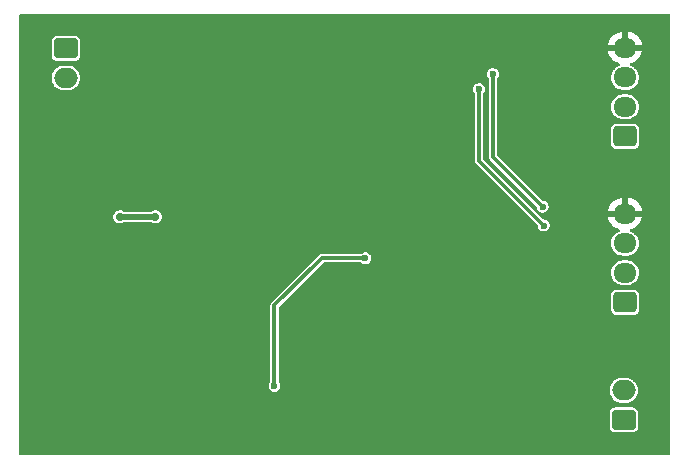
<source format=gbr>
%TF.GenerationSoftware,KiCad,Pcbnew,5.99.0-unknown-5a832fc337~130~ubuntu20.04.1*%
%TF.CreationDate,2021-06-20T17:00:01+02:00*%
%TF.ProjectId,LED-Treiber,4c45442d-5472-4656-9962-65722e6b6963,rev?*%
%TF.SameCoordinates,Original*%
%TF.FileFunction,Copper,L2,Bot*%
%TF.FilePolarity,Positive*%
%FSLAX46Y46*%
G04 Gerber Fmt 4.6, Leading zero omitted, Abs format (unit mm)*
G04 Created by KiCad (PCBNEW 5.99.0-unknown-5a832fc337~130~ubuntu20.04.1) date 2021-06-20 17:00:01*
%MOMM*%
%LPD*%
G01*
G04 APERTURE LIST*
G04 Aperture macros list*
%AMRoundRect*
0 Rectangle with rounded corners*
0 $1 Rounding radius*
0 $2 $3 $4 $5 $6 $7 $8 $9 X,Y pos of 4 corners*
0 Add a 4 corners polygon primitive as box body*
4,1,4,$2,$3,$4,$5,$6,$7,$8,$9,$2,$3,0*
0 Add four circle primitives for the rounded corners*
1,1,$1+$1,$2,$3*
1,1,$1+$1,$4,$5*
1,1,$1+$1,$6,$7*
1,1,$1+$1,$8,$9*
0 Add four rect primitives between the rounded corners*
20,1,$1+$1,$2,$3,$4,$5,0*
20,1,$1+$1,$4,$5,$6,$7,0*
20,1,$1+$1,$6,$7,$8,$9,0*
20,1,$1+$1,$8,$9,$2,$3,0*%
G04 Aperture macros list end*
%TA.AperFunction,ComponentPad*%
%ADD10RoundRect,0.250000X0.750000X-0.600000X0.750000X0.600000X-0.750000X0.600000X-0.750000X-0.600000X0*%
%TD*%
%TA.AperFunction,ComponentPad*%
%ADD11O,2.000000X1.700000*%
%TD*%
%TA.AperFunction,ComponentPad*%
%ADD12RoundRect,0.250000X0.725000X-0.600000X0.725000X0.600000X-0.725000X0.600000X-0.725000X-0.600000X0*%
%TD*%
%TA.AperFunction,ComponentPad*%
%ADD13O,1.950000X1.700000*%
%TD*%
%TA.AperFunction,ComponentPad*%
%ADD14RoundRect,0.250000X-0.750000X0.600000X-0.750000X-0.600000X0.750000X-0.600000X0.750000X0.600000X0*%
%TD*%
%TA.AperFunction,ViaPad*%
%ADD15C,0.600000*%
%TD*%
%TA.AperFunction,ViaPad*%
%ADD16C,0.700000*%
%TD*%
%TA.AperFunction,Conductor*%
%ADD17C,0.300000*%
%TD*%
%TA.AperFunction,Conductor*%
%ADD18C,0.500000*%
%TD*%
G04 APERTURE END LIST*
D10*
%TO.P,J5,1,Pin_1*%
%TO.N,Net-(C5-Pad2)*%
X161875000Y-91050000D03*
D11*
%TO.P,J5,2,Pin_2*%
%TO.N,Net-(C4-Pad1)*%
X161875000Y-88550000D03*
%TD*%
D12*
%TO.P,J2,1,Pin_1*%
%TO.N,RX*%
X161975000Y-81100000D03*
D13*
%TO.P,J2,2,Pin_2*%
%TO.N,TX*%
X161975000Y-78600000D03*
%TO.P,J2,3,Pin_3*%
%TO.N,GND*%
X161975000Y-76100000D03*
%TO.P,J2,4,Pin_4*%
%TO.N,+3V3*%
X161975000Y-73600000D03*
%TD*%
D12*
%TO.P,J6,1,Pin_1*%
%TO.N,GND*%
X161975000Y-67050000D03*
D13*
%TO.P,J6,2,Pin_2*%
%TO.N,SDA*%
X161975000Y-64550000D03*
%TO.P,J6,3,Pin_3*%
%TO.N,SCL*%
X161975000Y-62050000D03*
%TO.P,J6,4,Pin_4*%
%TO.N,+3V3*%
X161975000Y-59550000D03*
%TD*%
D14*
%TO.P,J1,1,Pin_1*%
%TO.N,GND*%
X114625000Y-59600000D03*
D11*
%TO.P,J1,2,Pin_2*%
%TO.N,VCC*%
X114625000Y-62100000D03*
%TD*%
D15*
%TO.N,TX*%
X155000000Y-73000000D03*
%TO.N,PWM-LED*%
X132300000Y-88165000D03*
X140000000Y-77365000D03*
D16*
%TO.N,Net-(D1-Pad1)*%
X122200000Y-73865000D03*
X119200000Y-73865000D03*
%TO.N,+3V3*%
X114300000Y-88265000D03*
D15*
X156900000Y-62400000D03*
X125040000Y-67500000D03*
X126108000Y-57804000D03*
X156900000Y-58765000D03*
X151029000Y-59230000D03*
X138017000Y-59230000D03*
X132712000Y-59582000D03*
D16*
X121700000Y-83900000D03*
D15*
%TO.N,RX*%
X155100000Y-74600000D03*
X149625000Y-63040000D03*
%TO.N,TX*%
X150800000Y-61765000D03*
%TD*%
D17*
%TO.N,PWM-LED*%
X132300000Y-81365000D02*
X136100000Y-77565000D01*
%TO.N,RX*%
X149600000Y-69100000D02*
X155100000Y-74600000D01*
X149600000Y-69100000D02*
X149600000Y-63065000D01*
%TO.N,TX*%
X150800000Y-68800000D02*
X155000000Y-73000000D01*
X150800000Y-68365000D02*
X150800000Y-68800000D01*
X150800000Y-68365000D02*
X150800000Y-61765000D01*
%TO.N,PWM-LED*%
X132300000Y-88165000D02*
X132300000Y-81365000D01*
X136100000Y-77565000D02*
X136300000Y-77365000D01*
X136300000Y-77365000D02*
X140000000Y-77365000D01*
D18*
%TO.N,Net-(D1-Pad1)*%
X119200000Y-73865000D02*
X119100000Y-73865000D01*
X122200000Y-73865000D02*
X119200000Y-73865000D01*
%TD*%
%TA.AperFunction,Conductor*%
%TO.N,+3V3*%
G36*
X165759191Y-56683907D02*
G01*
X165795155Y-56733407D01*
X165800000Y-56764000D01*
X165800000Y-93916000D01*
X165781093Y-93974191D01*
X165731593Y-94010155D01*
X165701000Y-94015000D01*
X110799000Y-94015000D01*
X110740809Y-93996093D01*
X110704845Y-93946593D01*
X110700000Y-93916000D01*
X110700000Y-90398748D01*
X160674500Y-90398748D01*
X160674500Y-91683258D01*
X160689636Y-91783935D01*
X160692839Y-91790606D01*
X160692840Y-91790608D01*
X160708915Y-91824083D01*
X160748265Y-91906029D01*
X160840202Y-92005486D01*
X160890300Y-92034585D01*
X160950917Y-92069795D01*
X160950920Y-92069796D01*
X160957319Y-92073513D01*
X160994624Y-92082160D01*
X161068246Y-92099225D01*
X161068249Y-92099225D01*
X161073748Y-92100500D01*
X162658258Y-92100500D01*
X162694697Y-92095022D01*
X162751614Y-92086465D01*
X162751616Y-92086464D01*
X162758935Y-92085364D01*
X162765606Y-92082161D01*
X162765608Y-92082160D01*
X162874361Y-92029937D01*
X162881029Y-92026735D01*
X162980486Y-91934798D01*
X163009585Y-91884700D01*
X163044795Y-91824083D01*
X163044796Y-91824080D01*
X163048513Y-91817681D01*
X163075500Y-91701252D01*
X163075500Y-90416742D01*
X163060364Y-90316065D01*
X163047624Y-90289533D01*
X163004937Y-90200639D01*
X163001735Y-90193971D01*
X162909798Y-90094514D01*
X162859700Y-90065415D01*
X162799083Y-90030205D01*
X162799080Y-90030204D01*
X162792681Y-90026487D01*
X162736803Y-90013535D01*
X162681754Y-90000775D01*
X162681751Y-90000775D01*
X162676252Y-89999500D01*
X161091742Y-89999500D01*
X161055303Y-90004978D01*
X160998386Y-90013535D01*
X160998384Y-90013536D01*
X160991065Y-90014636D01*
X160984394Y-90017839D01*
X160984392Y-90017840D01*
X160875639Y-90070063D01*
X160868971Y-90073265D01*
X160769514Y-90165202D01*
X160765797Y-90171602D01*
X160705205Y-90275917D01*
X160705204Y-90275920D01*
X160701487Y-90282319D01*
X160674500Y-90398748D01*
X110700000Y-90398748D01*
X110700000Y-88158824D01*
X131794538Y-88158824D01*
X131813121Y-88300939D01*
X131815962Y-88307395D01*
X131815962Y-88307396D01*
X131833641Y-88347573D01*
X131870845Y-88432126D01*
X131963068Y-88541838D01*
X131968939Y-88545746D01*
X131968940Y-88545747D01*
X131979156Y-88552547D01*
X132082377Y-88621257D01*
X132089104Y-88623359D01*
X132089107Y-88623360D01*
X132212448Y-88661894D01*
X132212449Y-88661894D01*
X132219180Y-88663997D01*
X132290831Y-88665311D01*
X132355427Y-88666495D01*
X132355429Y-88666495D01*
X132362481Y-88666624D01*
X132369284Y-88664769D01*
X132369286Y-88664769D01*
X132416065Y-88652015D01*
X132500758Y-88628925D01*
X132622897Y-88553931D01*
X132633125Y-88542631D01*
X160669526Y-88542631D01*
X160688196Y-88747781D01*
X160746357Y-88945397D01*
X160767274Y-88985407D01*
X160839548Y-89123656D01*
X160839551Y-89123660D01*
X160841795Y-89127953D01*
X160970874Y-89288495D01*
X161057597Y-89361264D01*
X161124971Y-89417798D01*
X161124975Y-89417801D01*
X161128677Y-89420907D01*
X161309194Y-89520147D01*
X161313808Y-89521611D01*
X161313811Y-89521612D01*
X161490305Y-89577599D01*
X161505549Y-89582435D01*
X161510361Y-89582975D01*
X161510362Y-89582975D01*
X161663849Y-89600191D01*
X161663851Y-89600191D01*
X161666605Y-89600500D01*
X162075993Y-89600500D01*
X162078387Y-89600265D01*
X162078392Y-89600265D01*
X162225204Y-89585870D01*
X162225208Y-89585869D01*
X162230014Y-89585398D01*
X162234639Y-89584002D01*
X162234642Y-89584001D01*
X162302894Y-89563394D01*
X162427220Y-89525858D01*
X162609105Y-89429148D01*
X162768741Y-89298952D01*
X162777392Y-89288495D01*
X162896966Y-89143955D01*
X162896967Y-89143953D01*
X162900049Y-89140228D01*
X162998027Y-88959023D01*
X163058942Y-88762238D01*
X163059974Y-88752427D01*
X163079968Y-88562185D01*
X163079968Y-88562183D01*
X163080474Y-88557369D01*
X163070491Y-88447672D01*
X163062243Y-88357039D01*
X163062242Y-88357036D01*
X163061804Y-88352219D01*
X163053805Y-88325038D01*
X163005011Y-88159250D01*
X163005010Y-88159247D01*
X163003643Y-88154603D01*
X162938558Y-88030106D01*
X162910452Y-87976344D01*
X162910449Y-87976340D01*
X162908205Y-87972047D01*
X162845336Y-87893853D01*
X162782158Y-87815276D01*
X162779126Y-87811505D01*
X162692403Y-87738736D01*
X162625029Y-87682202D01*
X162625025Y-87682199D01*
X162621323Y-87679093D01*
X162440806Y-87579853D01*
X162436192Y-87578389D01*
X162436189Y-87578388D01*
X162249066Y-87519029D01*
X162244451Y-87517565D01*
X162239639Y-87517025D01*
X162239638Y-87517025D01*
X162086151Y-87499809D01*
X162086149Y-87499809D01*
X162083395Y-87499500D01*
X161674007Y-87499500D01*
X161671613Y-87499735D01*
X161671608Y-87499735D01*
X161524796Y-87514130D01*
X161524792Y-87514131D01*
X161519986Y-87514602D01*
X161515361Y-87515998D01*
X161515358Y-87515999D01*
X161447106Y-87536606D01*
X161322780Y-87574142D01*
X161140895Y-87670852D01*
X160981259Y-87801048D01*
X160978175Y-87804776D01*
X160978174Y-87804777D01*
X160969489Y-87815276D01*
X160849951Y-87959772D01*
X160751973Y-88140977D01*
X160740714Y-88177350D01*
X160694997Y-88325038D01*
X160691058Y-88337762D01*
X160690553Y-88342569D01*
X160690552Y-88342573D01*
X160681140Y-88432126D01*
X160669526Y-88542631D01*
X132633125Y-88542631D01*
X132633843Y-88541838D01*
X132714346Y-88452900D01*
X132714346Y-88452899D01*
X132719078Y-88447672D01*
X132781570Y-88318689D01*
X132784557Y-88300939D01*
X132804715Y-88181120D01*
X132804715Y-88181117D01*
X132805349Y-88177350D01*
X132805500Y-88165000D01*
X132801451Y-88136723D01*
X132786182Y-88030106D01*
X132785182Y-88023123D01*
X132761960Y-87972047D01*
X132728781Y-87899075D01*
X132728780Y-87899074D01*
X132725860Y-87892651D01*
X132674501Y-87833046D01*
X132650840Y-87776621D01*
X132650500Y-87768423D01*
X132650500Y-81551190D01*
X132669407Y-81492999D01*
X132679496Y-81481186D01*
X133711934Y-80448748D01*
X160799500Y-80448748D01*
X160799500Y-81733258D01*
X160814636Y-81833935D01*
X160817839Y-81840606D01*
X160817840Y-81840608D01*
X160833915Y-81874083D01*
X160873265Y-81956029D01*
X160965202Y-82055486D01*
X161015300Y-82084585D01*
X161075917Y-82119795D01*
X161075920Y-82119796D01*
X161082319Y-82123513D01*
X161119624Y-82132160D01*
X161193246Y-82149225D01*
X161193249Y-82149225D01*
X161198748Y-82150500D01*
X162733258Y-82150500D01*
X162769697Y-82145022D01*
X162826614Y-82136465D01*
X162826616Y-82136464D01*
X162833935Y-82135364D01*
X162840606Y-82132161D01*
X162840608Y-82132160D01*
X162949361Y-82079937D01*
X162956029Y-82076735D01*
X163055486Y-81984798D01*
X163084585Y-81934700D01*
X163119795Y-81874083D01*
X163119796Y-81874080D01*
X163123513Y-81867681D01*
X163150500Y-81751252D01*
X163150500Y-80466742D01*
X163135364Y-80366065D01*
X163122624Y-80339533D01*
X163079937Y-80250639D01*
X163076735Y-80243971D01*
X162984798Y-80144514D01*
X162934700Y-80115415D01*
X162874083Y-80080205D01*
X162874080Y-80080204D01*
X162867681Y-80076487D01*
X162811803Y-80063535D01*
X162756754Y-80050775D01*
X162756751Y-80050775D01*
X162751252Y-80049500D01*
X161216742Y-80049500D01*
X161180303Y-80054978D01*
X161123386Y-80063535D01*
X161123384Y-80063536D01*
X161116065Y-80064636D01*
X161109394Y-80067839D01*
X161109392Y-80067840D01*
X161000639Y-80120063D01*
X160993971Y-80123265D01*
X160894514Y-80215202D01*
X160890797Y-80221602D01*
X160830205Y-80325917D01*
X160830204Y-80325920D01*
X160826487Y-80332319D01*
X160799500Y-80448748D01*
X133711934Y-80448748D01*
X135568051Y-78592631D01*
X160794526Y-78592631D01*
X160813196Y-78797781D01*
X160871357Y-78995397D01*
X160892274Y-79035407D01*
X160964548Y-79173656D01*
X160964551Y-79173660D01*
X160966795Y-79177953D01*
X161095874Y-79338495D01*
X161182597Y-79411264D01*
X161249971Y-79467798D01*
X161249975Y-79467801D01*
X161253677Y-79470907D01*
X161434194Y-79570147D01*
X161438808Y-79571611D01*
X161438811Y-79571612D01*
X161615305Y-79627599D01*
X161630549Y-79632435D01*
X161635361Y-79632975D01*
X161635362Y-79632975D01*
X161788849Y-79650191D01*
X161788851Y-79650191D01*
X161791605Y-79650500D01*
X162150993Y-79650500D01*
X162153387Y-79650265D01*
X162153392Y-79650265D01*
X162300204Y-79635870D01*
X162300208Y-79635869D01*
X162305014Y-79635398D01*
X162309639Y-79634002D01*
X162309642Y-79634001D01*
X162377894Y-79613394D01*
X162502220Y-79575858D01*
X162684105Y-79479148D01*
X162843741Y-79348952D01*
X162852392Y-79338495D01*
X162971966Y-79193955D01*
X162971967Y-79193953D01*
X162975049Y-79190228D01*
X163073027Y-79009023D01*
X163133942Y-78812238D01*
X163134974Y-78802427D01*
X163154968Y-78612185D01*
X163154968Y-78612183D01*
X163155474Y-78607369D01*
X163136804Y-78402219D01*
X163078643Y-78204603D01*
X163057726Y-78164593D01*
X162985452Y-78026344D01*
X162985449Y-78026340D01*
X162983205Y-78022047D01*
X162854126Y-77861505D01*
X162714680Y-77744496D01*
X162700029Y-77732202D01*
X162700025Y-77732199D01*
X162696323Y-77729093D01*
X162515806Y-77629853D01*
X162511192Y-77628389D01*
X162511189Y-77628388D01*
X162324066Y-77569029D01*
X162319451Y-77567565D01*
X162314639Y-77567025D01*
X162314638Y-77567025D01*
X162161151Y-77549809D01*
X162161149Y-77549809D01*
X162158395Y-77549500D01*
X161799007Y-77549500D01*
X161796613Y-77549735D01*
X161796608Y-77549735D01*
X161649796Y-77564130D01*
X161649792Y-77564131D01*
X161644986Y-77564602D01*
X161640361Y-77565998D01*
X161640358Y-77565999D01*
X161572106Y-77586606D01*
X161447780Y-77624142D01*
X161265895Y-77720852D01*
X161106259Y-77851048D01*
X161103175Y-77854776D01*
X161103174Y-77854777D01*
X161094489Y-77865276D01*
X160974951Y-78009772D01*
X160876973Y-78190977D01*
X160816058Y-78387762D01*
X160815553Y-78392569D01*
X160815552Y-78392573D01*
X160814032Y-78407039D01*
X160794526Y-78592631D01*
X135568051Y-78592631D01*
X136416186Y-77744496D01*
X136470703Y-77716719D01*
X136486190Y-77715500D01*
X139597306Y-77715500D01*
X139655497Y-77734407D01*
X139659614Y-77737729D01*
X139663068Y-77741838D01*
X139668939Y-77745746D01*
X139668940Y-77745747D01*
X139681235Y-77753931D01*
X139782377Y-77821257D01*
X139789104Y-77823359D01*
X139789107Y-77823360D01*
X139912448Y-77861894D01*
X139912449Y-77861894D01*
X139919180Y-77863997D01*
X139988949Y-77865276D01*
X140055427Y-77866495D01*
X140055429Y-77866495D01*
X140062481Y-77866624D01*
X140069284Y-77864769D01*
X140069286Y-77864769D01*
X140116065Y-77852015D01*
X140200758Y-77828925D01*
X140322897Y-77753931D01*
X140419078Y-77647672D01*
X140481570Y-77518689D01*
X140505349Y-77377350D01*
X140505500Y-77365000D01*
X140485182Y-77223123D01*
X140452163Y-77150500D01*
X140428780Y-77099073D01*
X140428780Y-77099072D01*
X140425860Y-77092651D01*
X140332303Y-76984074D01*
X140212033Y-76906118D01*
X140205275Y-76904097D01*
X140205273Y-76904096D01*
X140081479Y-76867074D01*
X140074718Y-76865052D01*
X139988694Y-76864527D01*
X139938448Y-76864220D01*
X139931396Y-76864177D01*
X139924620Y-76866114D01*
X139924617Y-76866114D01*
X139800369Y-76901624D01*
X139800367Y-76901625D01*
X139793589Y-76903562D01*
X139672375Y-76980042D01*
X139667706Y-76985329D01*
X139662336Y-76989899D01*
X139660377Y-76987598D01*
X139618813Y-77012133D01*
X139597295Y-77014500D01*
X136348676Y-77014500D01*
X136327840Y-77012282D01*
X136326167Y-77011922D01*
X136316747Y-77009894D01*
X136283630Y-77013814D01*
X136278111Y-77014139D01*
X136278113Y-77014164D01*
X136274047Y-77014500D01*
X136269961Y-77014500D01*
X136265933Y-77015170D01*
X136265926Y-77015171D01*
X136252874Y-77017343D01*
X136248261Y-77018000D01*
X136231437Y-77019992D01*
X136200819Y-77023616D01*
X136193838Y-77026968D01*
X136192487Y-77027396D01*
X136184847Y-77028667D01*
X136177648Y-77032551D01*
X136177643Y-77032553D01*
X136142798Y-77051354D01*
X136138645Y-77053470D01*
X136101204Y-77071450D01*
X136095586Y-77074148D01*
X136092978Y-77076340D01*
X136091467Y-77077851D01*
X136089880Y-77079306D01*
X136089773Y-77079189D01*
X136087501Y-77081192D01*
X136082112Y-77084100D01*
X136076556Y-77090111D01*
X136076554Y-77090112D01*
X136045463Y-77123746D01*
X136042770Y-77126548D01*
X135830918Y-77338400D01*
X135830916Y-77338403D01*
X132086572Y-81082746D01*
X132070271Y-81095909D01*
X132060744Y-81102061D01*
X132055678Y-81108487D01*
X132055676Y-81108489D01*
X132040102Y-81128244D01*
X132036430Y-81132377D01*
X132036448Y-81132392D01*
X132033797Y-81135521D01*
X132030918Y-81138400D01*
X132028549Y-81141716D01*
X132028545Y-81141720D01*
X132020841Y-81152501D01*
X132018057Y-81156210D01*
X131988473Y-81193737D01*
X131985905Y-81201048D01*
X131985257Y-81202296D01*
X131980751Y-81208602D01*
X131978408Y-81216438D01*
X131967065Y-81254368D01*
X131965622Y-81258808D01*
X131949794Y-81303879D01*
X131949500Y-81307273D01*
X131949500Y-81309412D01*
X131949408Y-81311545D01*
X131949249Y-81311538D01*
X131949058Y-81314580D01*
X131947304Y-81320444D01*
X131947625Y-81328618D01*
X131947625Y-81328619D01*
X131949424Y-81374414D01*
X131949500Y-81378300D01*
X131949500Y-87768485D01*
X131930593Y-87826676D01*
X131924704Y-87834019D01*
X131877499Y-87887469D01*
X131816588Y-88017206D01*
X131794538Y-88158824D01*
X110700000Y-88158824D01*
X110700000Y-73829262D01*
X118645904Y-73829262D01*
X118648691Y-73868619D01*
X118649174Y-73875441D01*
X118649416Y-73883469D01*
X118648880Y-73934623D01*
X118650627Y-73941142D01*
X118650627Y-73941143D01*
X118654794Y-73956693D01*
X118654981Y-73957455D01*
X118655470Y-73964364D01*
X118658139Y-73971263D01*
X118658174Y-73971419D01*
X118661333Y-73981096D01*
X118687905Y-74080265D01*
X118691338Y-74086071D01*
X118691339Y-74086072D01*
X118699607Y-74100052D01*
X118764658Y-74210048D01*
X118873485Y-74314409D01*
X118879438Y-74317601D01*
X118967317Y-74364721D01*
X119006368Y-74385660D01*
X119012948Y-74387131D01*
X119012951Y-74387132D01*
X119146931Y-74417080D01*
X119146932Y-74417080D01*
X119153517Y-74418552D01*
X119160256Y-74418199D01*
X119160258Y-74418199D01*
X119209738Y-74415606D01*
X119304090Y-74410661D01*
X119446995Y-74362568D01*
X119491064Y-74332619D01*
X119546710Y-74315500D01*
X121850654Y-74315500D01*
X121897434Y-74327250D01*
X122006368Y-74385660D01*
X122012948Y-74387131D01*
X122012951Y-74387132D01*
X122146931Y-74417080D01*
X122146932Y-74417080D01*
X122153517Y-74418552D01*
X122160256Y-74418199D01*
X122160258Y-74418199D01*
X122209738Y-74415606D01*
X122304090Y-74410661D01*
X122446995Y-74362568D01*
X122571702Y-74277817D01*
X122576056Y-74272665D01*
X122576058Y-74272663D01*
X122628971Y-74210048D01*
X122669024Y-74162652D01*
X122731791Y-74025557D01*
X122746194Y-73934623D01*
X122754811Y-73880214D01*
X122755378Y-73876634D01*
X122755500Y-73865000D01*
X122735037Y-73715615D01*
X122732360Y-73709429D01*
X122732359Y-73709425D01*
X122677836Y-73583430D01*
X122677834Y-73583426D01*
X122675155Y-73577236D01*
X122580266Y-73460058D01*
X122508212Y-73408852D01*
X122462859Y-73376621D01*
X122462858Y-73376620D01*
X122457361Y-73372714D01*
X122451017Y-73370430D01*
X122451013Y-73370428D01*
X122321843Y-73323924D01*
X122321840Y-73323923D01*
X122315495Y-73321639D01*
X122290504Y-73319804D01*
X122171854Y-73311090D01*
X122171850Y-73311090D01*
X122165120Y-73310596D01*
X122158505Y-73311930D01*
X122158503Y-73311930D01*
X122112803Y-73321145D01*
X122017315Y-73340399D01*
X122011309Y-73343459D01*
X122011307Y-73343460D01*
X121893061Y-73403710D01*
X121848116Y-73414500D01*
X119547755Y-73414500D01*
X119490406Y-73396197D01*
X119462864Y-73376624D01*
X119462860Y-73376622D01*
X119457361Y-73372714D01*
X119451017Y-73370430D01*
X119451013Y-73370428D01*
X119321843Y-73323924D01*
X119321840Y-73323923D01*
X119315495Y-73321639D01*
X119290504Y-73319804D01*
X119171854Y-73311090D01*
X119171850Y-73311090D01*
X119165120Y-73310596D01*
X119158505Y-73311930D01*
X119158503Y-73311930D01*
X119112803Y-73321145D01*
X119017315Y-73340399D01*
X119011309Y-73343459D01*
X119011307Y-73343460D01*
X119008687Y-73344795D01*
X118882969Y-73408852D01*
X118878006Y-73413415D01*
X118878004Y-73413417D01*
X118827089Y-73460236D01*
X118771980Y-73510911D01*
X118692525Y-73639058D01*
X118650459Y-73783851D01*
X118650388Y-73790600D01*
X118650388Y-73790601D01*
X118650289Y-73800036D01*
X118647738Y-73821346D01*
X118647575Y-73822050D01*
X118645904Y-73829262D01*
X110700000Y-73829262D01*
X110700000Y-62092631D01*
X113419526Y-62092631D01*
X113422535Y-62125697D01*
X113434524Y-62257427D01*
X113438196Y-62297781D01*
X113439562Y-62302423D01*
X113439563Y-62302427D01*
X113494989Y-62490750D01*
X113496357Y-62495397D01*
X113517274Y-62535407D01*
X113589548Y-62673656D01*
X113589551Y-62673660D01*
X113591795Y-62677953D01*
X113594831Y-62681729D01*
X113594833Y-62681732D01*
X113663914Y-62767651D01*
X113720874Y-62838495D01*
X113791936Y-62898123D01*
X113874971Y-62967798D01*
X113874975Y-62967801D01*
X113878677Y-62970907D01*
X114059194Y-63070147D01*
X114063808Y-63071611D01*
X114063811Y-63071612D01*
X114240305Y-63127599D01*
X114255549Y-63132435D01*
X114260361Y-63132975D01*
X114260362Y-63132975D01*
X114413849Y-63150191D01*
X114413851Y-63150191D01*
X114416605Y-63150500D01*
X114825993Y-63150500D01*
X114828387Y-63150265D01*
X114828392Y-63150265D01*
X114975204Y-63135870D01*
X114975208Y-63135869D01*
X114980014Y-63135398D01*
X114984639Y-63134002D01*
X114984642Y-63134001D01*
X115052894Y-63113394D01*
X115177220Y-63075858D01*
X115256274Y-63033824D01*
X149119538Y-63033824D01*
X149120453Y-63040822D01*
X149132882Y-63135870D01*
X149138121Y-63175939D01*
X149140962Y-63182395D01*
X149140962Y-63182396D01*
X149142870Y-63186731D01*
X149195845Y-63307126D01*
X149226284Y-63343337D01*
X149249253Y-63400045D01*
X149249500Y-63407038D01*
X149249500Y-69051326D01*
X149247282Y-69072162D01*
X149246617Y-69075252D01*
X149246617Y-69075256D01*
X149244895Y-69083254D01*
X149245856Y-69091374D01*
X149245856Y-69091377D01*
X149248814Y-69116365D01*
X149249140Y-69121889D01*
X149249164Y-69121887D01*
X149249500Y-69125954D01*
X149249500Y-69130039D01*
X149250170Y-69134065D01*
X149250171Y-69134076D01*
X149252344Y-69147130D01*
X149253001Y-69151742D01*
X149258616Y-69199182D01*
X149261969Y-69206164D01*
X149262395Y-69207513D01*
X149263667Y-69215153D01*
X149267552Y-69222353D01*
X149286352Y-69257197D01*
X149288468Y-69261351D01*
X149306450Y-69298796D01*
X149309148Y-69304414D01*
X149311340Y-69307022D01*
X149312851Y-69308533D01*
X149314306Y-69310120D01*
X149314189Y-69310227D01*
X149316192Y-69312499D01*
X149319100Y-69317888D01*
X149325111Y-69323444D01*
X149325112Y-69323446D01*
X149358746Y-69354537D01*
X149361548Y-69357230D01*
X154570200Y-74565882D01*
X154598359Y-74623049D01*
X154613121Y-74735939D01*
X154615962Y-74742395D01*
X154615962Y-74742396D01*
X154638085Y-74792673D01*
X154670845Y-74867126D01*
X154763068Y-74976838D01*
X154768939Y-74980746D01*
X154768940Y-74980747D01*
X154781235Y-74988931D01*
X154882377Y-75056257D01*
X154889104Y-75058359D01*
X154889107Y-75058360D01*
X155012448Y-75096894D01*
X155012449Y-75096894D01*
X155019180Y-75098997D01*
X155090830Y-75100310D01*
X155155427Y-75101495D01*
X155155429Y-75101495D01*
X155162481Y-75101624D01*
X155169284Y-75099769D01*
X155169286Y-75099769D01*
X155216065Y-75087015D01*
X155300758Y-75063925D01*
X155422897Y-74988931D01*
X155488576Y-74916370D01*
X155514346Y-74887900D01*
X155514346Y-74887899D01*
X155519078Y-74882672D01*
X155581570Y-74753689D01*
X155584557Y-74735939D01*
X155604715Y-74616120D01*
X155604715Y-74616117D01*
X155605349Y-74612350D01*
X155605500Y-74600000D01*
X155585182Y-74458123D01*
X155567191Y-74418552D01*
X155528780Y-74334073D01*
X155528780Y-74334072D01*
X155525860Y-74327651D01*
X155432303Y-74219074D01*
X155312033Y-74141118D01*
X155305275Y-74139097D01*
X155305273Y-74139096D01*
X155181479Y-74102074D01*
X155174718Y-74100052D01*
X155155389Y-74099934D01*
X155135902Y-74099815D01*
X155077827Y-74080553D01*
X155066502Y-74070821D01*
X154862374Y-73866693D01*
X160518265Y-73866693D01*
X160543626Y-73987562D01*
X160546029Y-73995575D01*
X160627608Y-74202145D01*
X160631317Y-74209618D01*
X160746536Y-74399492D01*
X160751456Y-74406239D01*
X160897015Y-74573981D01*
X160903009Y-74579810D01*
X161074739Y-74720620D01*
X161081641Y-74725363D01*
X161274640Y-74835225D01*
X161282230Y-74838732D01*
X161490991Y-74914508D01*
X161500396Y-74917046D01*
X161551652Y-74950459D01*
X161573480Y-75007618D01*
X161557542Y-75066691D01*
X161509925Y-75105114D01*
X161503222Y-75107402D01*
X161452419Y-75122741D01*
X161452415Y-75122743D01*
X161447780Y-75124142D01*
X161265895Y-75220852D01*
X161106259Y-75351048D01*
X161103175Y-75354776D01*
X161103174Y-75354777D01*
X161094489Y-75365276D01*
X160974951Y-75509772D01*
X160876973Y-75690977D01*
X160816058Y-75887762D01*
X160815553Y-75892569D01*
X160815552Y-75892573D01*
X160814032Y-75907039D01*
X160794526Y-76092631D01*
X160813196Y-76297781D01*
X160871357Y-76495397D01*
X160892274Y-76535407D01*
X160964548Y-76673656D01*
X160964551Y-76673660D01*
X160966795Y-76677953D01*
X161095874Y-76838495D01*
X161176464Y-76906118D01*
X161249971Y-76967798D01*
X161249975Y-76967801D01*
X161253677Y-76970907D01*
X161434194Y-77070147D01*
X161438808Y-77071611D01*
X161438811Y-77071612D01*
X161603158Y-77123746D01*
X161630549Y-77132435D01*
X161635361Y-77132975D01*
X161635362Y-77132975D01*
X161788849Y-77150191D01*
X161788851Y-77150191D01*
X161791605Y-77150500D01*
X162150993Y-77150500D01*
X162153387Y-77150265D01*
X162153392Y-77150265D01*
X162300204Y-77135870D01*
X162300208Y-77135869D01*
X162305014Y-77135398D01*
X162309639Y-77134002D01*
X162309642Y-77134001D01*
X162425328Y-77099073D01*
X162502220Y-77075858D01*
X162684105Y-76979148D01*
X162843741Y-76848952D01*
X162852392Y-76838495D01*
X162971966Y-76693955D01*
X162971967Y-76693953D01*
X162975049Y-76690228D01*
X163073027Y-76509023D01*
X163133942Y-76312238D01*
X163134974Y-76302427D01*
X163154968Y-76112185D01*
X163154968Y-76112183D01*
X163155474Y-76107369D01*
X163136804Y-75902219D01*
X163078643Y-75704603D01*
X163057726Y-75664593D01*
X162985452Y-75526344D01*
X162985449Y-75526340D01*
X162983205Y-75522047D01*
X162854126Y-75361505D01*
X162767403Y-75288736D01*
X162700029Y-75232202D01*
X162700025Y-75232199D01*
X162696323Y-75229093D01*
X162515806Y-75129853D01*
X162511192Y-75128389D01*
X162511189Y-75128388D01*
X162437819Y-75105114D01*
X162436435Y-75104675D01*
X162386685Y-75069057D01*
X162367372Y-75011000D01*
X162385873Y-74952679D01*
X162435121Y-74916370D01*
X162441498Y-74914484D01*
X162548682Y-74886664D01*
X162556554Y-74883892D01*
X162759054Y-74792673D01*
X162766354Y-74788610D01*
X162950575Y-74664585D01*
X162957102Y-74659337D01*
X163117793Y-74506046D01*
X163123330Y-74499787D01*
X163255898Y-74321609D01*
X163260306Y-74314500D01*
X163360960Y-74116529D01*
X163364102Y-74108791D01*
X163429961Y-73896686D01*
X163431754Y-73888532D01*
X163434271Y-73869544D01*
X163431851Y-73856427D01*
X163430567Y-73855205D01*
X163425250Y-73854000D01*
X160531282Y-73854000D01*
X160518728Y-73858079D01*
X160518265Y-73866693D01*
X154862374Y-73866693D01*
X149979496Y-68983814D01*
X149951719Y-68929297D01*
X149950500Y-68913810D01*
X149950500Y-63464206D01*
X149969407Y-63406015D01*
X149976103Y-63397769D01*
X150039346Y-63327900D01*
X150039346Y-63327899D01*
X150044078Y-63322672D01*
X150106570Y-63193689D01*
X150109557Y-63175939D01*
X150129715Y-63056120D01*
X150129715Y-63056117D01*
X150130349Y-63052350D01*
X150130500Y-63040000D01*
X150127323Y-63017812D01*
X150111182Y-62905106D01*
X150110182Y-62898123D01*
X150087826Y-62848952D01*
X150053780Y-62774073D01*
X150053780Y-62774072D01*
X150050860Y-62767651D01*
X149957303Y-62659074D01*
X149837033Y-62581118D01*
X149830275Y-62579097D01*
X149830273Y-62579096D01*
X149706479Y-62542074D01*
X149699718Y-62540052D01*
X149613694Y-62539527D01*
X149563448Y-62539220D01*
X149556396Y-62539177D01*
X149549620Y-62541114D01*
X149549617Y-62541114D01*
X149425369Y-62576624D01*
X149425367Y-62576625D01*
X149418589Y-62578562D01*
X149297375Y-62655042D01*
X149202499Y-62762469D01*
X149141588Y-62892206D01*
X149119538Y-63033824D01*
X115256274Y-63033824D01*
X115359105Y-62979148D01*
X115518741Y-62848952D01*
X115527392Y-62838495D01*
X115646966Y-62693955D01*
X115646967Y-62693953D01*
X115650049Y-62690228D01*
X115748027Y-62509023D01*
X115808942Y-62312238D01*
X115809974Y-62302427D01*
X115829968Y-62112185D01*
X115829968Y-62112183D01*
X115830474Y-62107369D01*
X115811804Y-61902219D01*
X115797089Y-61852219D01*
X115769601Y-61758824D01*
X150294538Y-61758824D01*
X150313121Y-61900939D01*
X150315962Y-61907395D01*
X150315962Y-61907396D01*
X150317870Y-61911731D01*
X150370845Y-62032126D01*
X150375382Y-62037523D01*
X150375383Y-62037525D01*
X150426283Y-62098077D01*
X150449253Y-62154787D01*
X150449500Y-62161779D01*
X150449500Y-68751326D01*
X150447282Y-68772162D01*
X150446617Y-68775252D01*
X150446617Y-68775256D01*
X150444895Y-68783254D01*
X150445856Y-68791374D01*
X150445856Y-68791377D01*
X150448814Y-68816365D01*
X150449140Y-68821889D01*
X150449164Y-68821887D01*
X150449500Y-68825954D01*
X150449500Y-68830039D01*
X150450170Y-68834065D01*
X150450171Y-68834076D01*
X150452344Y-68847130D01*
X150453001Y-68851742D01*
X150458616Y-68899182D01*
X150461969Y-68906164D01*
X150462395Y-68907513D01*
X150463667Y-68915153D01*
X150467552Y-68922353D01*
X150486352Y-68957197D01*
X150488468Y-68961351D01*
X150506450Y-68998796D01*
X150509148Y-69004414D01*
X150511340Y-69007022D01*
X150512851Y-69008533D01*
X150514306Y-69010120D01*
X150514189Y-69010227D01*
X150516192Y-69012499D01*
X150519100Y-69017888D01*
X150525111Y-69023444D01*
X150525112Y-69023446D01*
X150558746Y-69054537D01*
X150561548Y-69057230D01*
X154470200Y-72965882D01*
X154498359Y-73023049D01*
X154513121Y-73135939D01*
X154515962Y-73142395D01*
X154515962Y-73142396D01*
X154546782Y-73212438D01*
X154570845Y-73267126D01*
X154575382Y-73272523D01*
X154575383Y-73272525D01*
X154608507Y-73311930D01*
X154663068Y-73376838D01*
X154668939Y-73380746D01*
X154668940Y-73380747D01*
X154681235Y-73388931D01*
X154782377Y-73456257D01*
X154789104Y-73458359D01*
X154789107Y-73458360D01*
X154912448Y-73496894D01*
X154912449Y-73496894D01*
X154919180Y-73498997D01*
X154990830Y-73500310D01*
X155055427Y-73501495D01*
X155055429Y-73501495D01*
X155062481Y-73501624D01*
X155069284Y-73499769D01*
X155069286Y-73499769D01*
X155116065Y-73487015D01*
X155200758Y-73463925D01*
X155322897Y-73388931D01*
X155334037Y-73376624D01*
X155375826Y-73330456D01*
X160515729Y-73330456D01*
X160518149Y-73343573D01*
X160519433Y-73344795D01*
X160524750Y-73346000D01*
X161705320Y-73346000D01*
X161718005Y-73341878D01*
X161721000Y-73337757D01*
X161721000Y-72263626D01*
X161718342Y-72255447D01*
X162229000Y-72255447D01*
X162229000Y-73330320D01*
X162233122Y-73343005D01*
X162237243Y-73346000D01*
X163418718Y-73346000D01*
X163431272Y-73341921D01*
X163431735Y-73333307D01*
X163406374Y-73212438D01*
X163403971Y-73204425D01*
X163322392Y-72997855D01*
X163318683Y-72990382D01*
X163203464Y-72800508D01*
X163198544Y-72793761D01*
X163052985Y-72626019D01*
X163046991Y-72620190D01*
X162875261Y-72479380D01*
X162868359Y-72474637D01*
X162675360Y-72364775D01*
X162667770Y-72361268D01*
X162459014Y-72285493D01*
X162450938Y-72283314D01*
X162244431Y-72245971D01*
X162231212Y-72247770D01*
X162230843Y-72248124D01*
X162229000Y-72255447D01*
X161718342Y-72255447D01*
X161716878Y-72250941D01*
X161714432Y-72249163D01*
X161711134Y-72248783D01*
X161624520Y-72256132D01*
X161616295Y-72257538D01*
X161401320Y-72313335D01*
X161393446Y-72316108D01*
X161190946Y-72407327D01*
X161183646Y-72411390D01*
X160999425Y-72535415D01*
X160992898Y-72540663D01*
X160832207Y-72693954D01*
X160826670Y-72700213D01*
X160694102Y-72878391D01*
X160689694Y-72885500D01*
X160589040Y-73083471D01*
X160585898Y-73091209D01*
X160520039Y-73303314D01*
X160518246Y-73311468D01*
X160515729Y-73330456D01*
X155375826Y-73330456D01*
X155414346Y-73287900D01*
X155414346Y-73287899D01*
X155419078Y-73282672D01*
X155481570Y-73153689D01*
X155484557Y-73135939D01*
X155504715Y-73016120D01*
X155504715Y-73016117D01*
X155505349Y-73012350D01*
X155505500Y-73000000D01*
X155485182Y-72858123D01*
X155455919Y-72793761D01*
X155428780Y-72734073D01*
X155428780Y-72734072D01*
X155425860Y-72727651D01*
X155332303Y-72619074D01*
X155212033Y-72541118D01*
X155205275Y-72539097D01*
X155205273Y-72539096D01*
X155081479Y-72502074D01*
X155074718Y-72500052D01*
X155055543Y-72499935D01*
X155035903Y-72499815D01*
X154977828Y-72480553D01*
X154966503Y-72470821D01*
X151179496Y-68683814D01*
X151151719Y-68629297D01*
X151150500Y-68613810D01*
X151150500Y-66398748D01*
X160799500Y-66398748D01*
X160799500Y-67683258D01*
X160814636Y-67783935D01*
X160817839Y-67790606D01*
X160817840Y-67790608D01*
X160833915Y-67824083D01*
X160873265Y-67906029D01*
X160965202Y-68005486D01*
X161015300Y-68034585D01*
X161075917Y-68069795D01*
X161075920Y-68069796D01*
X161082319Y-68073513D01*
X161119624Y-68082160D01*
X161193246Y-68099225D01*
X161193249Y-68099225D01*
X161198748Y-68100500D01*
X162733258Y-68100500D01*
X162769697Y-68095022D01*
X162826614Y-68086465D01*
X162826616Y-68086464D01*
X162833935Y-68085364D01*
X162840606Y-68082161D01*
X162840608Y-68082160D01*
X162949361Y-68029937D01*
X162956029Y-68026735D01*
X163055486Y-67934798D01*
X163084585Y-67884700D01*
X163119795Y-67824083D01*
X163119796Y-67824080D01*
X163123513Y-67817681D01*
X163150500Y-67701252D01*
X163150500Y-66416742D01*
X163135364Y-66316065D01*
X163122624Y-66289533D01*
X163079937Y-66200639D01*
X163076735Y-66193971D01*
X162984798Y-66094514D01*
X162934700Y-66065415D01*
X162874083Y-66030205D01*
X162874080Y-66030204D01*
X162867681Y-66026487D01*
X162811803Y-66013535D01*
X162756754Y-66000775D01*
X162756751Y-66000775D01*
X162751252Y-65999500D01*
X161216742Y-65999500D01*
X161180303Y-66004978D01*
X161123386Y-66013535D01*
X161123384Y-66013536D01*
X161116065Y-66014636D01*
X161109394Y-66017839D01*
X161109392Y-66017840D01*
X161000639Y-66070063D01*
X160993971Y-66073265D01*
X160894514Y-66165202D01*
X160890797Y-66171602D01*
X160830205Y-66275917D01*
X160830204Y-66275920D01*
X160826487Y-66282319D01*
X160799500Y-66398748D01*
X151150500Y-66398748D01*
X151150500Y-64542631D01*
X160794526Y-64542631D01*
X160813196Y-64747781D01*
X160871357Y-64945397D01*
X160892274Y-64985407D01*
X160964548Y-65123656D01*
X160964551Y-65123660D01*
X160966795Y-65127953D01*
X161095874Y-65288495D01*
X161182597Y-65361264D01*
X161249971Y-65417798D01*
X161249975Y-65417801D01*
X161253677Y-65420907D01*
X161434194Y-65520147D01*
X161438808Y-65521611D01*
X161438811Y-65521612D01*
X161615305Y-65577599D01*
X161630549Y-65582435D01*
X161635361Y-65582975D01*
X161635362Y-65582975D01*
X161788849Y-65600191D01*
X161788851Y-65600191D01*
X161791605Y-65600500D01*
X162150993Y-65600500D01*
X162153387Y-65600265D01*
X162153392Y-65600265D01*
X162300204Y-65585870D01*
X162300208Y-65585869D01*
X162305014Y-65585398D01*
X162309639Y-65584002D01*
X162309642Y-65584001D01*
X162377894Y-65563394D01*
X162502220Y-65525858D01*
X162684105Y-65429148D01*
X162843741Y-65298952D01*
X162852392Y-65288495D01*
X162971966Y-65143955D01*
X162971967Y-65143953D01*
X162975049Y-65140228D01*
X163073027Y-64959023D01*
X163133942Y-64762238D01*
X163134974Y-64752427D01*
X163154968Y-64562185D01*
X163154968Y-64562183D01*
X163155474Y-64557369D01*
X163136804Y-64352219D01*
X163078643Y-64154603D01*
X163057726Y-64114593D01*
X162985452Y-63976344D01*
X162985449Y-63976340D01*
X162983205Y-63972047D01*
X162854126Y-63811505D01*
X162767403Y-63738736D01*
X162700029Y-63682202D01*
X162700025Y-63682199D01*
X162696323Y-63679093D01*
X162515806Y-63579853D01*
X162511192Y-63578389D01*
X162511189Y-63578388D01*
X162324066Y-63519029D01*
X162319451Y-63517565D01*
X162314639Y-63517025D01*
X162314638Y-63517025D01*
X162161151Y-63499809D01*
X162161149Y-63499809D01*
X162158395Y-63499500D01*
X161799007Y-63499500D01*
X161796613Y-63499735D01*
X161796608Y-63499735D01*
X161649796Y-63514130D01*
X161649792Y-63514131D01*
X161644986Y-63514602D01*
X161640361Y-63515998D01*
X161640358Y-63515999D01*
X161572106Y-63536606D01*
X161447780Y-63574142D01*
X161265895Y-63670852D01*
X161106259Y-63801048D01*
X161103175Y-63804776D01*
X161103174Y-63804777D01*
X161094489Y-63815276D01*
X160974951Y-63959772D01*
X160876973Y-64140977D01*
X160816058Y-64337762D01*
X160815553Y-64342569D01*
X160815552Y-64342573D01*
X160814032Y-64357039D01*
X160794526Y-64542631D01*
X151150500Y-64542631D01*
X151150500Y-62161587D01*
X151169407Y-62103396D01*
X151176102Y-62095151D01*
X151214346Y-62052900D01*
X151214346Y-62052899D01*
X151219078Y-62047672D01*
X151281570Y-61918689D01*
X151284557Y-61900939D01*
X151304715Y-61781120D01*
X151304715Y-61781117D01*
X151305349Y-61777350D01*
X151305500Y-61765000D01*
X151285182Y-61623123D01*
X151233645Y-61509772D01*
X151228780Y-61499073D01*
X151228780Y-61499072D01*
X151225860Y-61492651D01*
X151132303Y-61384074D01*
X151012033Y-61306118D01*
X151005275Y-61304097D01*
X151005273Y-61304096D01*
X150881479Y-61267074D01*
X150874718Y-61265052D01*
X150788694Y-61264527D01*
X150738448Y-61264220D01*
X150731396Y-61264177D01*
X150724620Y-61266114D01*
X150724617Y-61266114D01*
X150600369Y-61301624D01*
X150600367Y-61301625D01*
X150593589Y-61303562D01*
X150472375Y-61380042D01*
X150377499Y-61487469D01*
X150316588Y-61617206D01*
X150294538Y-61758824D01*
X115769601Y-61758824D01*
X115755011Y-61709250D01*
X115755010Y-61709247D01*
X115753643Y-61704603D01*
X115707953Y-61617206D01*
X115660452Y-61526344D01*
X115660449Y-61526340D01*
X115658205Y-61522047D01*
X115639734Y-61499073D01*
X115532158Y-61365276D01*
X115529126Y-61361505D01*
X115415443Y-61266114D01*
X115375029Y-61232202D01*
X115375025Y-61232199D01*
X115371323Y-61229093D01*
X115190806Y-61129853D01*
X115186192Y-61128389D01*
X115186189Y-61128388D01*
X114999066Y-61069029D01*
X114994451Y-61067565D01*
X114989639Y-61067025D01*
X114989638Y-61067025D01*
X114836151Y-61049809D01*
X114836149Y-61049809D01*
X114833395Y-61049500D01*
X114424007Y-61049500D01*
X114421613Y-61049735D01*
X114421608Y-61049735D01*
X114274796Y-61064130D01*
X114274792Y-61064131D01*
X114269986Y-61064602D01*
X114265361Y-61065998D01*
X114265358Y-61065999D01*
X114219472Y-61079853D01*
X114072780Y-61124142D01*
X113890895Y-61220852D01*
X113731259Y-61351048D01*
X113728175Y-61354776D01*
X113728174Y-61354777D01*
X113618402Y-61487469D01*
X113599951Y-61509772D01*
X113545312Y-61610823D01*
X113521641Y-61654603D01*
X113501973Y-61690977D01*
X113500544Y-61695594D01*
X113453499Y-61847573D01*
X113441058Y-61887762D01*
X113440553Y-61892569D01*
X113440552Y-61892573D01*
X113425287Y-62037815D01*
X113419526Y-62092631D01*
X110700000Y-62092631D01*
X110700000Y-58948748D01*
X113424500Y-58948748D01*
X113424500Y-60233258D01*
X113439636Y-60333935D01*
X113442839Y-60340606D01*
X113442840Y-60340608D01*
X113458915Y-60374083D01*
X113498265Y-60456029D01*
X113590202Y-60555486D01*
X113640300Y-60584585D01*
X113700917Y-60619795D01*
X113700920Y-60619796D01*
X113707319Y-60623513D01*
X113744624Y-60632160D01*
X113818246Y-60649225D01*
X113818249Y-60649225D01*
X113823748Y-60650500D01*
X115408258Y-60650500D01*
X115444697Y-60645022D01*
X115501614Y-60636465D01*
X115501616Y-60636464D01*
X115508935Y-60635364D01*
X115515606Y-60632161D01*
X115515608Y-60632160D01*
X115624361Y-60579937D01*
X115631029Y-60576735D01*
X115730486Y-60484798D01*
X115759585Y-60434700D01*
X115794795Y-60374083D01*
X115794796Y-60374080D01*
X115798513Y-60367681D01*
X115808032Y-60326614D01*
X115824225Y-60256754D01*
X115824225Y-60256751D01*
X115825500Y-60251252D01*
X115825500Y-59816693D01*
X160518265Y-59816693D01*
X160543626Y-59937562D01*
X160546029Y-59945575D01*
X160627608Y-60152145D01*
X160631317Y-60159618D01*
X160746536Y-60349492D01*
X160751456Y-60356239D01*
X160897015Y-60523981D01*
X160903009Y-60529810D01*
X161074739Y-60670620D01*
X161081641Y-60675363D01*
X161274640Y-60785225D01*
X161282230Y-60788732D01*
X161490991Y-60864508D01*
X161500396Y-60867046D01*
X161551652Y-60900459D01*
X161573480Y-60957618D01*
X161557542Y-61016691D01*
X161509925Y-61055114D01*
X161503222Y-61057402D01*
X161452419Y-61072741D01*
X161452415Y-61072743D01*
X161447780Y-61074142D01*
X161265895Y-61170852D01*
X161106259Y-61301048D01*
X161103175Y-61304776D01*
X161103174Y-61304777D01*
X161033155Y-61389416D01*
X160974951Y-61459772D01*
X160953701Y-61499073D01*
X160890099Y-61616702D01*
X160876973Y-61640977D01*
X160875544Y-61645594D01*
X160833592Y-61781120D01*
X160816058Y-61837762D01*
X160815553Y-61842569D01*
X160815552Y-61842573D01*
X160795032Y-62037815D01*
X160794526Y-62042631D01*
X160813196Y-62247781D01*
X160814562Y-62252423D01*
X160814563Y-62252427D01*
X160869989Y-62440750D01*
X160871357Y-62445397D01*
X160892274Y-62485407D01*
X160964548Y-62623656D01*
X160964551Y-62623660D01*
X160966795Y-62627953D01*
X160969831Y-62631729D01*
X160969833Y-62631732D01*
X161079115Y-62767651D01*
X161095874Y-62788495D01*
X161150968Y-62834724D01*
X161249971Y-62917798D01*
X161249975Y-62917801D01*
X161253677Y-62920907D01*
X161434194Y-63020147D01*
X161438808Y-63021611D01*
X161438811Y-63021612D01*
X161596431Y-63071612D01*
X161630549Y-63082435D01*
X161635361Y-63082975D01*
X161635362Y-63082975D01*
X161788849Y-63100191D01*
X161788851Y-63100191D01*
X161791605Y-63100500D01*
X162150993Y-63100500D01*
X162153387Y-63100265D01*
X162153392Y-63100265D01*
X162300204Y-63085870D01*
X162300208Y-63085869D01*
X162305014Y-63085398D01*
X162309639Y-63084002D01*
X162309642Y-63084001D01*
X162414474Y-63052350D01*
X162502220Y-63025858D01*
X162684105Y-62929148D01*
X162843741Y-62798952D01*
X162852392Y-62788495D01*
X162971966Y-62643955D01*
X162971967Y-62643953D01*
X162975049Y-62640228D01*
X163051038Y-62499691D01*
X163070727Y-62463277D01*
X163070728Y-62463276D01*
X163073027Y-62459023D01*
X163117034Y-62316859D01*
X163132512Y-62266859D01*
X163132513Y-62266855D01*
X163133942Y-62262238D01*
X163134974Y-62252427D01*
X163154968Y-62062185D01*
X163154968Y-62062183D01*
X163155474Y-62057369D01*
X163142220Y-61911731D01*
X163137243Y-61857039D01*
X163137242Y-61857036D01*
X163136804Y-61852219D01*
X163113645Y-61773529D01*
X163080011Y-61659250D01*
X163080010Y-61659247D01*
X163078643Y-61654603D01*
X163011591Y-61526344D01*
X162985452Y-61476344D01*
X162985449Y-61476340D01*
X162983205Y-61472047D01*
X162913481Y-61385327D01*
X162857158Y-61315276D01*
X162854126Y-61311505D01*
X162743382Y-61218580D01*
X162700029Y-61182202D01*
X162700025Y-61182199D01*
X162696323Y-61179093D01*
X162515806Y-61079853D01*
X162511192Y-61078389D01*
X162511189Y-61078388D01*
X162437819Y-61055114D01*
X162436435Y-61054675D01*
X162386685Y-61019057D01*
X162367372Y-60961000D01*
X162385873Y-60902679D01*
X162435121Y-60866370D01*
X162441498Y-60864484D01*
X162548682Y-60836664D01*
X162556554Y-60833892D01*
X162759054Y-60742673D01*
X162766354Y-60738610D01*
X162950575Y-60614585D01*
X162957102Y-60609337D01*
X163117793Y-60456046D01*
X163123330Y-60449787D01*
X163255898Y-60271609D01*
X163260306Y-60264500D01*
X163360960Y-60066529D01*
X163364102Y-60058791D01*
X163429961Y-59846686D01*
X163431754Y-59838532D01*
X163434271Y-59819544D01*
X163431851Y-59806427D01*
X163430567Y-59805205D01*
X163425250Y-59804000D01*
X160531282Y-59804000D01*
X160518728Y-59808079D01*
X160518265Y-59816693D01*
X115825500Y-59816693D01*
X115825500Y-59280456D01*
X160515729Y-59280456D01*
X160518149Y-59293573D01*
X160519433Y-59294795D01*
X160524750Y-59296000D01*
X161705320Y-59296000D01*
X161718005Y-59291878D01*
X161721000Y-59287757D01*
X161721000Y-58213626D01*
X161718342Y-58205447D01*
X162229000Y-58205447D01*
X162229000Y-59280320D01*
X162233122Y-59293005D01*
X162237243Y-59296000D01*
X163418718Y-59296000D01*
X163431272Y-59291921D01*
X163431735Y-59283307D01*
X163406374Y-59162438D01*
X163403971Y-59154425D01*
X163322392Y-58947855D01*
X163318683Y-58940382D01*
X163203464Y-58750508D01*
X163198544Y-58743761D01*
X163052985Y-58576019D01*
X163046991Y-58570190D01*
X162875261Y-58429380D01*
X162868359Y-58424637D01*
X162675360Y-58314775D01*
X162667770Y-58311268D01*
X162459014Y-58235493D01*
X162450938Y-58233314D01*
X162244431Y-58195971D01*
X162231212Y-58197770D01*
X162230843Y-58198124D01*
X162229000Y-58205447D01*
X161718342Y-58205447D01*
X161716878Y-58200941D01*
X161714432Y-58199163D01*
X161711134Y-58198783D01*
X161624520Y-58206132D01*
X161616295Y-58207538D01*
X161401320Y-58263335D01*
X161393446Y-58266108D01*
X161190946Y-58357327D01*
X161183646Y-58361390D01*
X160999425Y-58485415D01*
X160992898Y-58490663D01*
X160832207Y-58643954D01*
X160826670Y-58650213D01*
X160694102Y-58828391D01*
X160689694Y-58835500D01*
X160589040Y-59033471D01*
X160585898Y-59041209D01*
X160520039Y-59253314D01*
X160518246Y-59261468D01*
X160515729Y-59280456D01*
X115825500Y-59280456D01*
X115825500Y-58966742D01*
X115810364Y-58866065D01*
X115797624Y-58839533D01*
X115754937Y-58750639D01*
X115751735Y-58743971D01*
X115659798Y-58644514D01*
X115609700Y-58615415D01*
X115549083Y-58580205D01*
X115549080Y-58580204D01*
X115542681Y-58576487D01*
X115486803Y-58563535D01*
X115431754Y-58550775D01*
X115431751Y-58550775D01*
X115426252Y-58549500D01*
X113841742Y-58549500D01*
X113805303Y-58554978D01*
X113748386Y-58563535D01*
X113748384Y-58563536D01*
X113741065Y-58564636D01*
X113734394Y-58567839D01*
X113734392Y-58567840D01*
X113625639Y-58620063D01*
X113618971Y-58623265D01*
X113519514Y-58715202D01*
X113515797Y-58721602D01*
X113455205Y-58825917D01*
X113455204Y-58825920D01*
X113451487Y-58832319D01*
X113424500Y-58948748D01*
X110700000Y-58948748D01*
X110700000Y-56764000D01*
X110718907Y-56705809D01*
X110768407Y-56669845D01*
X110799000Y-56665000D01*
X165701000Y-56665000D01*
X165759191Y-56683907D01*
G37*
%TD.AperFunction*%
%TD*%
M02*

</source>
